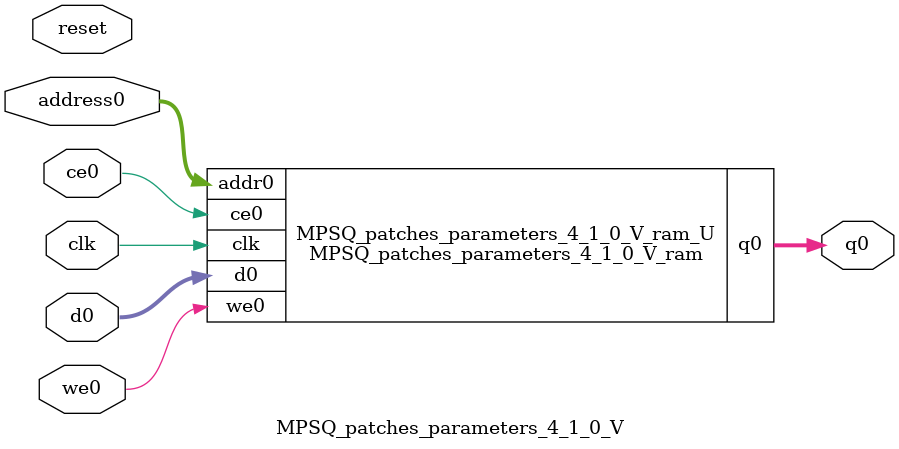
<source format=v>
`timescale 1 ns / 1 ps
module MPSQ_patches_parameters_4_1_0_V_ram (addr0, ce0, d0, we0, q0,  clk);

parameter DWIDTH = 3;
parameter AWIDTH = 5;
parameter MEM_SIZE = 32;

input[AWIDTH-1:0] addr0;
input ce0;
input[DWIDTH-1:0] d0;
input we0;
output reg[DWIDTH-1:0] q0;
input clk;

reg [DWIDTH-1:0] ram[0:MEM_SIZE-1];




always @(posedge clk)  
begin 
    if (ce0) begin
        if (we0) 
            ram[addr0] <= d0; 
        q0 <= ram[addr0];
    end
end


endmodule

`timescale 1 ns / 1 ps
module MPSQ_patches_parameters_4_1_0_V(
    reset,
    clk,
    address0,
    ce0,
    we0,
    d0,
    q0);

parameter DataWidth = 32'd3;
parameter AddressRange = 32'd32;
parameter AddressWidth = 32'd5;
input reset;
input clk;
input[AddressWidth - 1:0] address0;
input ce0;
input we0;
input[DataWidth - 1:0] d0;
output[DataWidth - 1:0] q0;



MPSQ_patches_parameters_4_1_0_V_ram MPSQ_patches_parameters_4_1_0_V_ram_U(
    .clk( clk ),
    .addr0( address0 ),
    .ce0( ce0 ),
    .we0( we0 ),
    .d0( d0 ),
    .q0( q0 ));

endmodule


</source>
